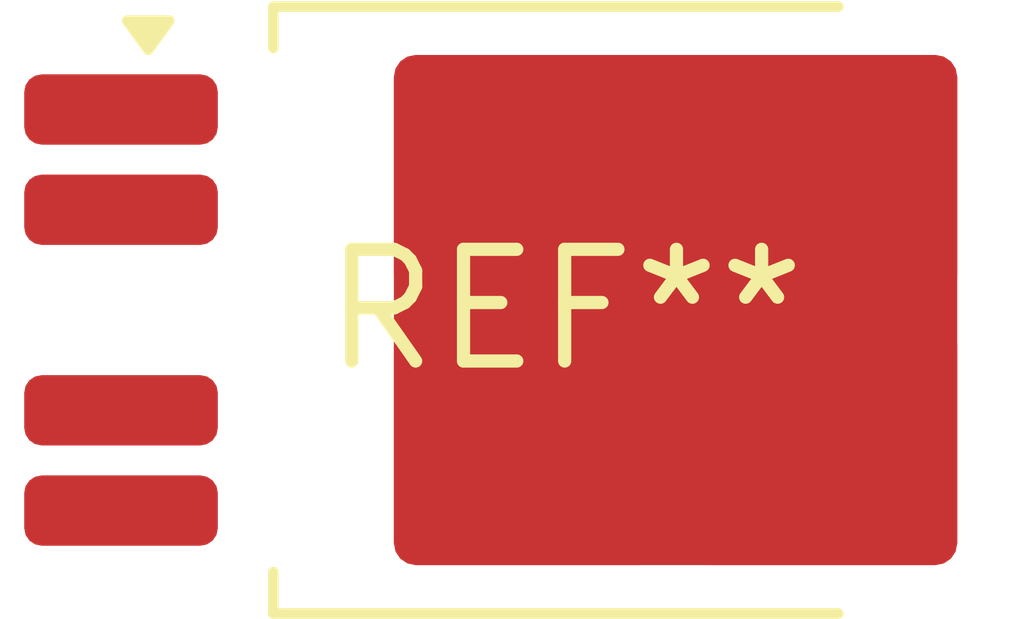
<source format=kicad_pcb>
(kicad_pcb (version 20240108) (generator pcbnew)
  (layers (0 "F.Cu" signal) (31 "B.Cu" signal) (34 "B.Paste" user) (35 "F.Paste" user) (36 "B.SilkS" user "B.Silkscreen") (37 "F.SilkS" user "F.Silkscreen") (38 "B.Mask" user) (39 "F.Mask" user) (44 "Edge.Cuts" user))
  (net 0 "")
  (footprint "TO-252-4" (layer "F.Cu") (at 0 0)
    (property "Reference" "REF**")
    (property "Value" "TO-252-4")
    (fp_line (start -3.31 -3.45) (end -3.31 -2.98) (layer "F.SilkS") (stroke (width 0.12)))
    (fp_line (start -3.31 3.45) (end -3.31 2.98) (layer "F.SilkS") (stroke (width 0.12)))
    (fp_line (start 3.11 -3.45) (end -3.31 -3.45) (layer "F.SilkS") (stroke (width 0.12)))
    (fp_line (start 3.11 3.45) (end -3.31 3.45) (layer "F.SilkS") (stroke (width 0.12)))
    (fp_poly (pts (xy -4.73 -2.96) (xy -4.97 -3.29) (xy -4.49 -3.29) (xy -4.73 -2.96)) (layer "F.SilkS") (stroke (width 0.12)) (fill solid))
    (pad "1" smd roundrect (at -5.04 -2.28) (size 2.2 0.8) (layers "F.Cu" "F.Paste" "F.Mask"))
    (pad "2" smd roundrect (at -5.04 -1.14) (size 2.2 0.8) (layers "F.Cu" "F.Paste" "F.Mask"))
    (pad "3" smd roundrect (at -0.415 -1.525) (size 3.05 2.75) (layers "F.Cu" "F.Paste") (roundrect_rratio 0.090909))
    (pad "3" smd roundrect (at -0.415 1.525) (size 3.05 2.75) (layers "F.Cu" "F.Paste") (roundrect_rratio 0.090909))
    (pad "3" smd roundrect (at 1.26 0) (size 6.4 5.8) (layers "F.Cu" "F.Mask") (roundrect_rratio 0.043103))
    (pad "3" smd roundrect (at 2.935 -1.525) (size 3.05 2.75) (layers "F.Cu" "F.Paste") (roundrect_rratio 0.090909))
    (pad "3" smd roundrect (at 2.935 1.525) (size 3.05 2.75) (layers "F.Cu" "F.Paste") (roundrect_rratio 0.090909))
    (pad "4" smd roundrect (at -5.04 1.14) (size 2.2 0.8) (layers "F.Cu" "F.Paste" "F.Mask"))
    (pad "5" smd roundrect (at -5.04 2.28) (size 2.2 0.8) (layers "F.Cu" "F.Paste" "F.Mask"))
  )
)
</source>
